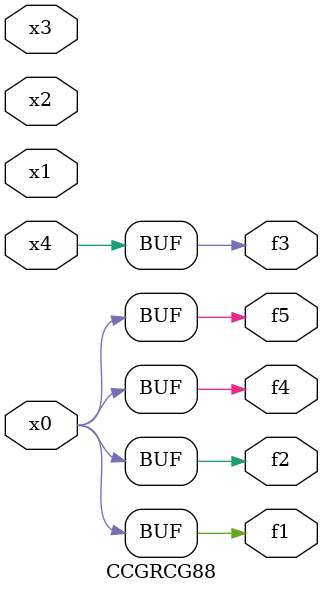
<source format=v>
module CCGRCG88(
	input x0, x1, x2, x3, x4,
	output f1, f2, f3, f4, f5
);
	assign f1 = x0;
	assign f2 = x0;
	assign f3 = x4;
	assign f4 = x0;
	assign f5 = x0;
endmodule

</source>
